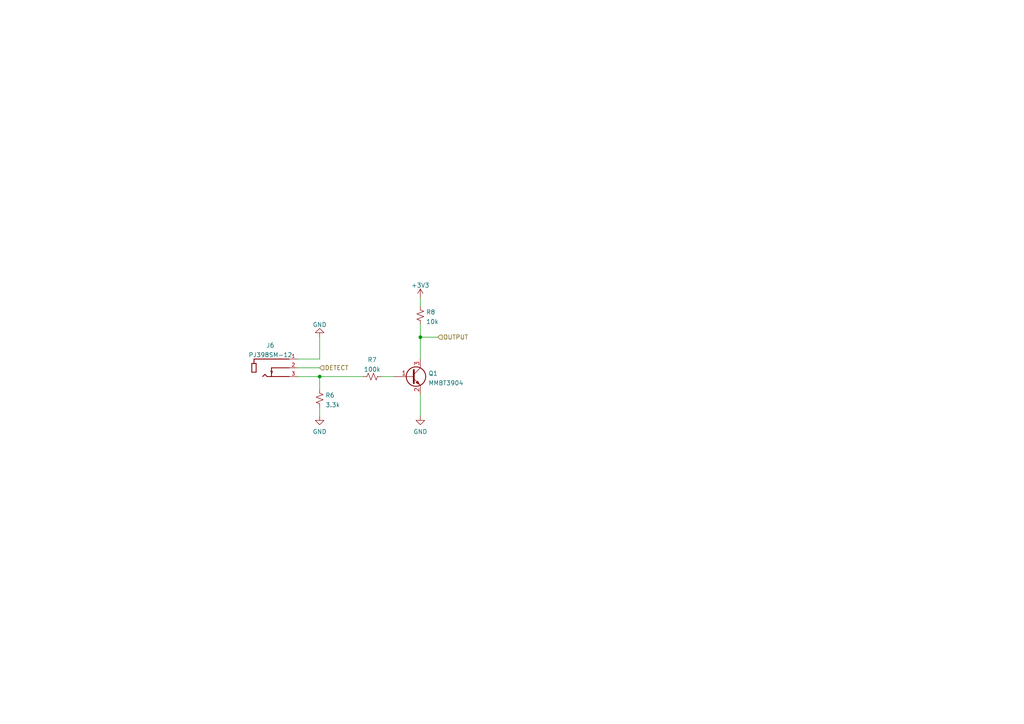
<source format=kicad_sch>
(kicad_sch (version 20211123) (generator eeschema)
  (paper "A4")
  (lib_symbols
    (symbol "Device:R_Small_US" (pin_numbers hide) (pin_names (offset 0.254) hide)
      (property "Reference" "R" (at 0.762 0.508 0))
      (property "Value" "R_Small_US" (at 0.762 -1.016 0))
      (symbol "R_Small_US_1_1"
        (polyline (pts (xy 0 0) (xy 1.016 -0.381) (xy 0 -0.762) (xy -1.016 -1.143) (xy 0 -1.524)))
        (polyline (pts (xy 0 1.524) (xy 1.016 1.143) (xy 0 0.762) (xy -1.016 0.381) (xy 0 0)))
        (pin passive line (at 0 2.54 270) (length 1.016) (name "~") (number "1"))
        (pin passive line (at 0 -2.54 90) (length 1.016) (name "~") (number "2"))
      )
    )
    (symbol "PJ398SM-12:PJ398SM-12" (pin_names (offset 1.016) hide)
      (property "Reference" "J" (at -5.08 2.54 0))
      (property "Value" "PJ398SM-12" (at -5.08 -8.89 0))
      (symbol "PJ398SM-12_0_0"
        (polyline (pts (xy -5.715 -3.81) (xy -5.715 -1.27)) (stroke (width 0.254)))
        (polyline (pts (xy -5.715 -1.27) (xy -5.08 -1.27)) (stroke (width 0.254)))
        (polyline (pts (xy -5.08 -1.27) (xy -4.445 -1.27)) (stroke (width 0.254)))
        (polyline (pts (xy -5.08 0) (xy -5.08 -1.27)) (stroke (width 0.254)))
        (polyline (pts (xy -4.445 -3.81) (xy -5.715 -3.81)) (stroke (width 0.254)))
        (polyline (pts (xy -4.445 -1.27) (xy -4.445 -3.81)) (stroke (width 0.254)))
        (polyline (pts (xy -1.905 -4.445) (xy -2.54 -5.08)) (stroke (width 0.254)))
        (polyline (pts (xy -1.27 -5.08) (xy -1.905 -4.445)) (stroke (width 0.254)))
        (polyline (pts (xy 0 -2.54) (xy 0 -5.08)) (stroke (width 0.254)))
        (polyline (pts (xy 0 -2.54) (xy 5.08 -2.54)) (stroke (width 0.254)))
        (polyline (pts (xy 5.08 -5.08) (xy -1.27 -5.08)) (stroke (width 0.254)))
        (polyline (pts (xy 5.08 0) (xy -5.08 0)) (stroke (width 0.254)))
        (polyline (pts (xy 0 -4.318) (xy 0.254 -3.556) (xy -0.254 -3.556)) (stroke (width 0.254)) (fill (type background)))
        (pin passive line (at 7.62 0 180) (length 2.54) (name "~") (number "1"))
        (pin passive line (at 7.62 -2.54 180) (length 2.54) (name "~") (number "2"))
        (pin passive line (at 7.62 -5.08 180) (length 2.54) (name "~") (number "3"))
      )
    )
    (symbol "Transistor_BJT:MMBT3904" (pin_names (offset 0) hide)
      (property "Reference" "Q" (at 5.08 1.905 0))
      (property "Value" "MMBT3904" (at 5.08 0 0))
      (symbol "MMBT3904_0_1"
        (polyline (pts (xy 0.635 0.635) (xy 2.54 2.54)))
        (polyline (pts (xy 0.635 -0.635) (xy 2.54 -2.54) (xy 2.54 -2.54)))
        (polyline (pts (xy 0.635 1.905) (xy 0.635 -1.905) (xy 0.635 -1.905)) (stroke (width 0.508)))
        (polyline (pts (xy 1.27 -1.778) (xy 1.778 -1.27) (xy 2.286 -2.286) (xy 1.27 -1.778) (xy 1.27 -1.778)) (fill (type outline)))
        (circle (center 1.27 0) (radius 2.8194) (stroke (width 0.254)))
      )
      (symbol "MMBT3904_1_1"
        (pin input line (at -5.08 0 0) (length 5.715) (name "B") (number "1"))
        (pin passive line (at 2.54 -5.08 90) (length 2.54) (name "E") (number "2"))
        (pin passive line (at 2.54 5.08 270) (length 2.54) (name "C") (number "3"))
      )
    )
    (symbol "power:+3V3" (power) (pin_names (offset 0))
      (property "Value" "+3V3" (at 0 3.556 0))
      (symbol "+3V3_0_1"
        (polyline (pts (xy -0.762 1.27) (xy 0 2.54)))
        (polyline (pts (xy 0 0) (xy 0 2.54)))
        (polyline (pts (xy 0 2.54) (xy 0.762 1.27)))
      )
      (symbol "+3V3_1_1"
        (pin power_in line (at 0 0 90) (length 0) hide (name "+3V3") (number "1"))
      )
    )
    (symbol "power:GND" (power) (pin_names (offset 0))
      (property "Value" "GND" (at 0 -3.81 0))
      (symbol "GND_0_1"
        (polyline (pts (xy 0 0) (xy 0 -1.27) (xy 1.27 -1.27) (xy 0 -2.54) (xy -1.27 -1.27) (xy 0 -1.27)))
      )
      (symbol "GND_1_1"
        (pin power_in line (at 0 0 270) (length 0) hide (name "GND") (number "1"))
      )
    )
  )
  (junction (at 92.71 109.22))
  (junction (at 121.92 97.79))
  (wire (pts (xy 110.49 109.22) (xy 114.3 109.22)))
  (wire (pts (xy 86.36 104.14) (xy 92.71 104.14)))
  (wire (pts (xy 86.36 109.22) (xy 92.71 109.22)))
  (wire (pts (xy 121.92 104.14) (xy 121.92 97.79)))
  (wire (pts (xy 121.92 97.79) (xy 127 97.79)))
  (wire (pts (xy 92.71 109.22) (xy 105.41 109.22)))
  (wire (pts (xy 121.92 93.98) (xy 121.92 97.79)))
  (wire (pts (xy 92.71 109.22) (xy 92.71 113.03)))
  (wire (pts (xy 92.71 104.14) (xy 92.71 97.79)))
  (wire (pts (xy 92.71 118.11) (xy 92.71 120.65)))
  (wire (pts (xy 121.92 86.36) (xy 121.92 88.9)))
  (wire (pts (xy 86.36 106.68) (xy 92.71 106.68)))
  (wire (pts (xy 121.92 114.3) (xy 121.92 120.65)))
  (hierarchical_label "DETECT" (shape input) (at 92.71 106.68 0))
  (hierarchical_label "OUTPUT" (shape input) (at 127 97.79 0))
  (symbol (lib_id "Device:R_Small_US") (at 121.92 91.44 180)
    (property "Reference" "R8" (at 123.571 90.5315 0) (effects (justify right)))
    (property "Value" "10k" (at 123.571 93.3066 0) (effects (justify right)))
  )
  (symbol (lib_id "power:GND") (at 121.92 120.65 0)
    (property "Reference" "#PWR0137" (effects hide))
    (property "Value" "GND" (at 121.92 125.2125 0))
  )
  (symbol (lib_id "power:GND") (at 92.71 120.65 0)
    (property "Reference" "#PWR0138" (effects hide))
    (property "Value" "GND" (at 92.71 125.2125 0))
  )
  (symbol (lib_id "PJ398SM-12:PJ398SM-12") (at 78.74 104.14 0)
    (property "Reference" "J6" (at 78.4225 100.1735 0))
    (property "Value" "PJ398SM-12" (at 78.4225 102.9486 0))
    (property "Footprint" "THONK_PJ398SM-12" (effects hide))
    (property "MAXIMUM_PACKAGE_HEIGHT" "14.5 mm" (effects hide))
    (property "MANUFACTURER" "Thonk" (effects hide))
    (property "PARTREV" "1" (effects hide))
    (property "STANDARD" "Manufacturer Recommendations" (effects hide))
  )
  (symbol (lib_id "power:GND") (at 92.71 97.79 180)
    (property "Reference" "#PWR0136" (effects hide))
    (property "Value" "GND" (at 92.71 94.1855 0))
  )
  (symbol (lib_id "Device:R_Small_US") (at 107.95 109.22 90)
    (property "Reference" "R7" (at 107.95 104.3645 90))
    (property "Value" "100k" (at 107.95 107.1396 90))
  )
  (symbol (lib_id "Transistor_BJT:MMBT3904") (at 119.38 109.22 0)
    (property "Reference" "Q1" (at 124.2314 108.3115 0) (effects (justify left)))
    (property "Value" "MMBT3904" (at 124.2314 111.0866 0) (effects (justify left)))
    (property "Footprint" "Package_TO_SOT_SMD:SOT-23" (effects hide))
    (property "Datasheet" "https://www.onsemi.com/pub/Collateral/2N3903-D.PDF" (effects hide))
  )
  (symbol (lib_id "power:+3V3") (at 121.92 86.36 0)
    (property "Reference" "#PWR0139" (effects hide))
    (property "Value" "+3V3" (at 121.92 82.7555 0))
  )
  (symbol (lib_id "Device:R_Small_US") (at 92.71 115.57 0)
    (property "Reference" "R6" (at 94.361 114.6615 0) (effects (justify left)))
    (property "Value" "3.3k" (at 94.361 117.4366 0) (effects (justify left)))
  )
)
</source>
